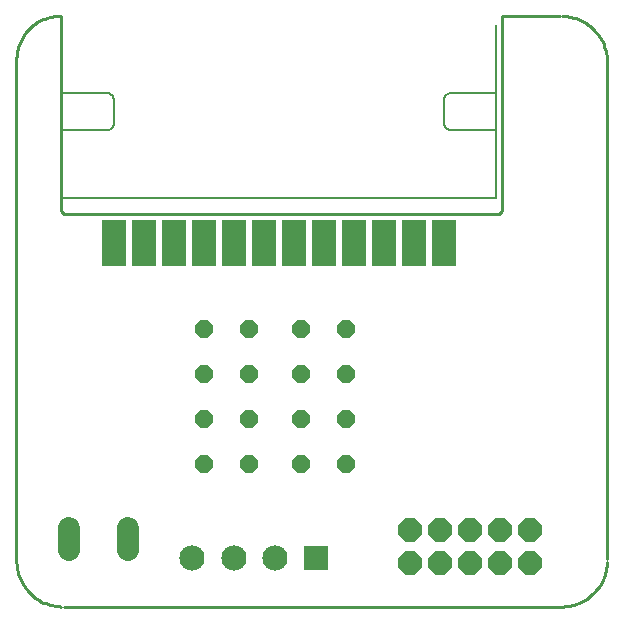
<source format=gbs>
G75*
G70*
%OFA0B0*%
%FSLAX24Y24*%
%IPPOS*%
%LPD*%
%AMOC8*
5,1,8,0,0,1.08239X$1,22.5*
%
%ADD10C,0.0100*%
%ADD11OC8,0.0600*%
%ADD12C,0.0050*%
%ADD13R,0.0800X0.1540*%
%ADD14R,0.0840X0.0840*%
%ADD15C,0.0840*%
%ADD16OC8,0.0780*%
%ADD17C,0.0745*%
D10*
X001272Y002404D02*
X001272Y002454D01*
X001272Y019014D01*
X001272Y019038D02*
X001273Y019113D01*
X001277Y019188D01*
X001286Y019263D01*
X001298Y019337D01*
X001314Y019410D01*
X001334Y019483D01*
X001358Y019554D01*
X001385Y019624D01*
X001416Y019692D01*
X001450Y019759D01*
X001488Y019824D01*
X001529Y019887D01*
X001573Y019948D01*
X001621Y020006D01*
X001671Y020062D01*
X001724Y020115D01*
X001780Y020165D01*
X001838Y020213D01*
X001899Y020257D01*
X001962Y020298D01*
X002027Y020336D01*
X002094Y020370D01*
X002162Y020401D01*
X002232Y020428D01*
X002303Y020452D01*
X002376Y020472D01*
X002449Y020488D01*
X002523Y020500D01*
X002598Y020509D01*
X002673Y020513D01*
X002748Y020514D01*
X002748Y014018D01*
X002847Y013920D01*
X017365Y013920D01*
X017463Y014018D01*
X017463Y020514D01*
X019382Y020514D01*
X019457Y020514D02*
X019534Y020510D01*
X019611Y020503D01*
X019688Y020492D01*
X019763Y020477D01*
X019838Y020458D01*
X019912Y020436D01*
X019985Y020409D01*
X020056Y020379D01*
X020125Y020346D01*
X020193Y020309D01*
X020259Y020269D01*
X020323Y020225D01*
X020384Y020179D01*
X020443Y020129D01*
X020500Y020077D01*
X020554Y020021D01*
X020605Y019963D01*
X020653Y019903D01*
X020697Y019840D01*
X020739Y019775D01*
X020777Y019708D01*
X020812Y019639D01*
X020843Y019568D01*
X020871Y019496D01*
X020895Y019423D01*
X020916Y019348D01*
X020932Y019273D01*
X020945Y019197D01*
X020954Y019120D01*
X020959Y019043D01*
X020960Y018966D01*
X020957Y018889D01*
X020957Y002404D01*
X020957Y002329D02*
X020953Y002252D01*
X020946Y002175D01*
X020935Y002098D01*
X020920Y002023D01*
X020901Y001948D01*
X020879Y001874D01*
X020852Y001801D01*
X020822Y001730D01*
X020789Y001661D01*
X020752Y001593D01*
X020712Y001527D01*
X020668Y001463D01*
X020622Y001402D01*
X020572Y001343D01*
X020520Y001286D01*
X020464Y001232D01*
X020406Y001181D01*
X020346Y001133D01*
X020283Y001089D01*
X020218Y001047D01*
X020151Y001009D01*
X020082Y000974D01*
X020011Y000943D01*
X019939Y000915D01*
X019866Y000891D01*
X019791Y000870D01*
X019716Y000854D01*
X019640Y000841D01*
X019563Y000832D01*
X019486Y000827D01*
X019409Y000826D01*
X019332Y000829D01*
X019382Y000829D01*
X019332Y000829D02*
X002847Y000829D01*
X002772Y000829D02*
X002695Y000833D01*
X002618Y000840D01*
X002541Y000851D01*
X002466Y000866D01*
X002391Y000885D01*
X002317Y000907D01*
X002244Y000934D01*
X002173Y000964D01*
X002104Y000997D01*
X002036Y001034D01*
X001970Y001074D01*
X001906Y001118D01*
X001845Y001164D01*
X001786Y001214D01*
X001729Y001266D01*
X001675Y001322D01*
X001624Y001380D01*
X001576Y001440D01*
X001532Y001503D01*
X001490Y001568D01*
X001452Y001635D01*
X001417Y001704D01*
X001386Y001775D01*
X001358Y001847D01*
X001334Y001920D01*
X001313Y001995D01*
X001297Y002070D01*
X001284Y002146D01*
X001275Y002223D01*
X001270Y002300D01*
X001269Y002377D01*
X001272Y002454D01*
X020957Y018889D02*
X020957Y018939D01*
D11*
X012272Y010079D03*
X012272Y008579D03*
X012272Y007079D03*
X012272Y005579D03*
X010772Y005579D03*
X010772Y007079D03*
X010772Y008579D03*
X010772Y010079D03*
X009022Y010079D03*
X009022Y008579D03*
X009022Y007079D03*
X009022Y005579D03*
X007522Y005579D03*
X007522Y007079D03*
X007522Y008579D03*
X007522Y010079D03*
D12*
X002772Y014454D02*
X017272Y014454D01*
X017272Y016704D01*
X015772Y016704D01*
X015742Y016706D01*
X015712Y016711D01*
X015683Y016720D01*
X015656Y016733D01*
X015630Y016748D01*
X015606Y016767D01*
X015585Y016788D01*
X015566Y016812D01*
X015551Y016838D01*
X015538Y016865D01*
X015529Y016894D01*
X015524Y016924D01*
X015522Y016954D01*
X015522Y017704D01*
X015524Y017734D01*
X015529Y017764D01*
X015538Y017793D01*
X015551Y017820D01*
X015566Y017846D01*
X015585Y017870D01*
X015606Y017891D01*
X015630Y017910D01*
X015656Y017925D01*
X015683Y017938D01*
X015712Y017947D01*
X015742Y017952D01*
X015772Y017954D01*
X017272Y017954D01*
X017272Y020204D01*
X017272Y017954D02*
X017272Y016704D01*
X004522Y016954D02*
X004522Y017704D01*
X004520Y017734D01*
X004515Y017764D01*
X004506Y017793D01*
X004493Y017820D01*
X004478Y017846D01*
X004459Y017870D01*
X004438Y017891D01*
X004414Y017910D01*
X004388Y017925D01*
X004361Y017938D01*
X004332Y017947D01*
X004302Y017952D01*
X004272Y017954D01*
X002772Y017954D01*
X002772Y016704D01*
X004272Y016704D01*
X004302Y016706D01*
X004332Y016711D01*
X004361Y016720D01*
X004388Y016733D01*
X004414Y016748D01*
X004438Y016767D01*
X004459Y016788D01*
X004478Y016812D01*
X004493Y016838D01*
X004506Y016865D01*
X004515Y016894D01*
X004520Y016924D01*
X004522Y016954D01*
X002772Y016704D02*
X002772Y014454D01*
D13*
X004522Y012954D03*
X005522Y012954D03*
X006522Y012954D03*
X007522Y012954D03*
X008522Y012954D03*
X009522Y012954D03*
X010522Y012954D03*
X011522Y012954D03*
X012522Y012954D03*
X013522Y012954D03*
X014522Y012954D03*
X015522Y012954D03*
D14*
X011272Y002454D03*
D15*
X009894Y002454D03*
X008516Y002454D03*
X007138Y002454D03*
D16*
X014397Y002279D03*
X015397Y002279D03*
X016397Y002279D03*
X017397Y002279D03*
X018397Y002279D03*
X018397Y003379D03*
X017397Y003379D03*
X016397Y003379D03*
X015397Y003379D03*
X014397Y003379D03*
D17*
X005006Y003432D02*
X005006Y002727D01*
X003038Y002727D02*
X003038Y003432D01*
M02*

</source>
